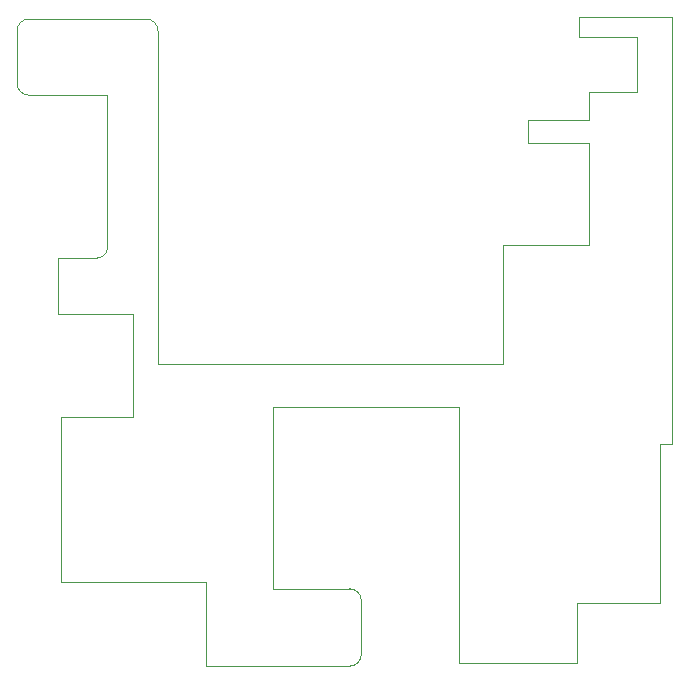
<source format=gm1>
%TF.GenerationSoftware,KiCad,Pcbnew,8.0.4*%
%TF.CreationDate,2024-09-13T22:34:43+02:00*%
%TF.ProjectId,WiiRegStripLite,57696952-6567-4537-9472-69704c697465,rev?*%
%TF.SameCoordinates,Original*%
%TF.FileFunction,Profile,NP*%
%FSLAX46Y46*%
G04 Gerber Fmt 4.6, Leading zero omitted, Abs format (unit mm)*
G04 Created by KiCad (PCBNEW 8.0.4) date 2024-09-13 22:34:43*
%MOMM*%
%LPD*%
G01*
G04 APERTURE LIST*
%TA.AperFunction,Profile*%
%ADD10C,0.100000*%
%TD*%
G04 APERTURE END LIST*
D10*
X183080000Y-109790000D02*
X181880000Y-109790000D01*
X161615815Y-158440240D02*
X158543075Y-158440240D01*
X137880000Y-123870000D02*
X136960000Y-123870000D01*
X140175405Y-123868785D02*
X140274824Y-123868785D01*
X188900000Y-109800000D02*
X188900000Y-139600000D01*
X134463795Y-110094409D02*
G75*
G02*
X133463791Y-109094546I5J1000009D01*
G01*
X136960000Y-128640025D02*
X136959663Y-124687529D01*
X133463793Y-109094546D02*
X133463185Y-104654196D01*
X145392508Y-104654059D02*
X145392508Y-132842299D01*
X158543075Y-158440000D02*
X149500000Y-158440000D01*
X141124824Y-110094396D02*
X141124824Y-123018785D01*
X181880000Y-112170000D02*
X177020000Y-112170000D01*
X185990000Y-103470000D02*
X188920000Y-103470000D01*
X188900000Y-139600000D02*
X187900000Y-139600000D01*
X136960000Y-123870000D02*
X136959663Y-124687529D01*
X140326078Y-128643785D02*
X136960000Y-128640025D01*
X181910000Y-114190000D02*
X176690000Y-114190000D01*
X155141746Y-136485424D02*
X170900000Y-136500000D01*
X170900000Y-152400000D02*
X170900000Y-158200000D01*
X180900000Y-122800000D02*
X176673576Y-122805443D01*
X162615815Y-157440240D02*
X162615815Y-152885424D01*
X134463185Y-103654059D02*
X144392508Y-103654059D01*
X187900000Y-153100000D02*
X180900000Y-153100000D01*
X140175405Y-123868785D02*
X137880000Y-123870000D01*
X181080000Y-103460000D02*
X183080000Y-103460000D01*
X174592508Y-132842299D02*
X174590000Y-122800000D01*
X170900000Y-158200000D02*
X180900000Y-158200000D01*
X176690000Y-112170000D02*
X177020000Y-112170000D01*
X181880000Y-112170000D02*
X181880000Y-109790000D01*
X141124824Y-123018785D02*
G75*
G02*
X140274824Y-123868824I-850024J-15D01*
G01*
X155141746Y-151885424D02*
X155141746Y-136485424D01*
X137230000Y-137320000D02*
X137220000Y-151330000D01*
X145392508Y-132842299D02*
X174592508Y-132842299D01*
X176673576Y-122805443D02*
X174590000Y-122800000D01*
X181900000Y-122800000D02*
X181910000Y-114190000D01*
X134463795Y-110094409D02*
X141124824Y-110094409D01*
X185990000Y-103470000D02*
X183080000Y-103460000D01*
X161615815Y-151885424D02*
G75*
G02*
X162615776Y-152885424I-15J-999976D01*
G01*
X161615815Y-151885424D02*
X155141746Y-151885424D01*
X188900000Y-109800000D02*
X188920000Y-103470000D01*
X187900000Y-139600000D02*
X187900000Y-153100000D01*
X162615815Y-157440240D02*
G75*
G02*
X161615815Y-158440315I-999915J-160D01*
G01*
X176690000Y-114190000D02*
X176690000Y-112170000D01*
X181880000Y-105160000D02*
X181080000Y-105160000D01*
X143243576Y-128643785D02*
X140326078Y-128643785D01*
X185990000Y-105150000D02*
X185990000Y-109795000D01*
X149500000Y-151330000D02*
X149500000Y-158440000D01*
X180900000Y-153100000D02*
X180900000Y-158200000D01*
X180900000Y-122800000D02*
X181900000Y-122800000D01*
X183080000Y-109790000D02*
X185990000Y-109795000D01*
X170900000Y-136500000D02*
X170900000Y-152400000D01*
X137220000Y-151330000D02*
X149500000Y-151330000D01*
X144392508Y-103654059D02*
G75*
G02*
X145392541Y-104654059I-8J-1000041D01*
G01*
X181080000Y-105160000D02*
X181080000Y-103460000D01*
X143243576Y-137312546D02*
X137230000Y-137320000D01*
X133463185Y-104654196D02*
G75*
G02*
X134463185Y-103654085I1000015J96D01*
G01*
X143243576Y-128643785D02*
X143243576Y-137312546D01*
X181880000Y-105160000D02*
X185990000Y-105150000D01*
M02*

</source>
